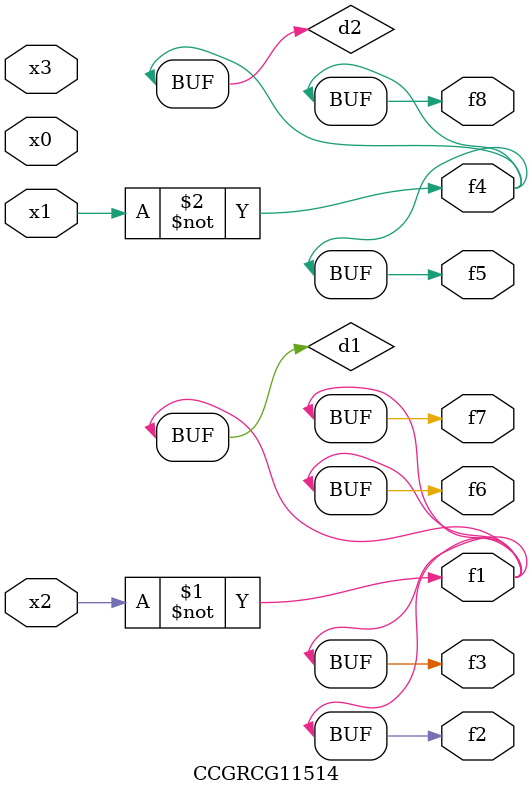
<source format=v>
module CCGRCG11514(
	input x0, x1, x2, x3,
	output f1, f2, f3, f4, f5, f6, f7, f8
);

	wire d1, d2;

	xnor (d1, x2);
	not (d2, x1);
	assign f1 = d1;
	assign f2 = d1;
	assign f3 = d1;
	assign f4 = d2;
	assign f5 = d2;
	assign f6 = d1;
	assign f7 = d1;
	assign f8 = d2;
endmodule

</source>
